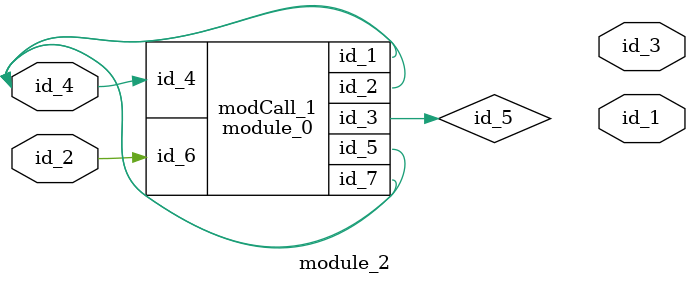
<source format=v>
module module_0 (
    id_1,
    id_2,
    id_3,
    id_4,
    id_5,
    id_6,
    id_7
);
  inout wire id_7;
  input wire id_6;
  inout wire id_5;
  input wire id_4;
  output wire id_3;
  inout wire id_2;
  inout wire id_1;
  assign module_1.id_2 = 0;
endmodule
module module_1 (
    id_1,
    id_2
);
  output wire id_2;
  inout wire id_1;
  assign id_2 = 1;
  module_0 modCall_1 (
      id_1,
      id_1,
      id_1,
      id_1,
      id_1,
      id_1,
      id_1
  );
  assign id_1 = id_1 - 1;
  wire id_3;
endmodule
module module_2 (
    id_1,
    id_2,
    id_3,
    id_4
);
  inout wire id_4;
  output wire id_3;
  input wire id_2;
  output wire id_1;
  wire id_5;
  module_0 modCall_1 (
      id_4,
      id_4,
      id_5,
      id_4,
      id_4,
      id_2,
      id_4
  );
endmodule

</source>
